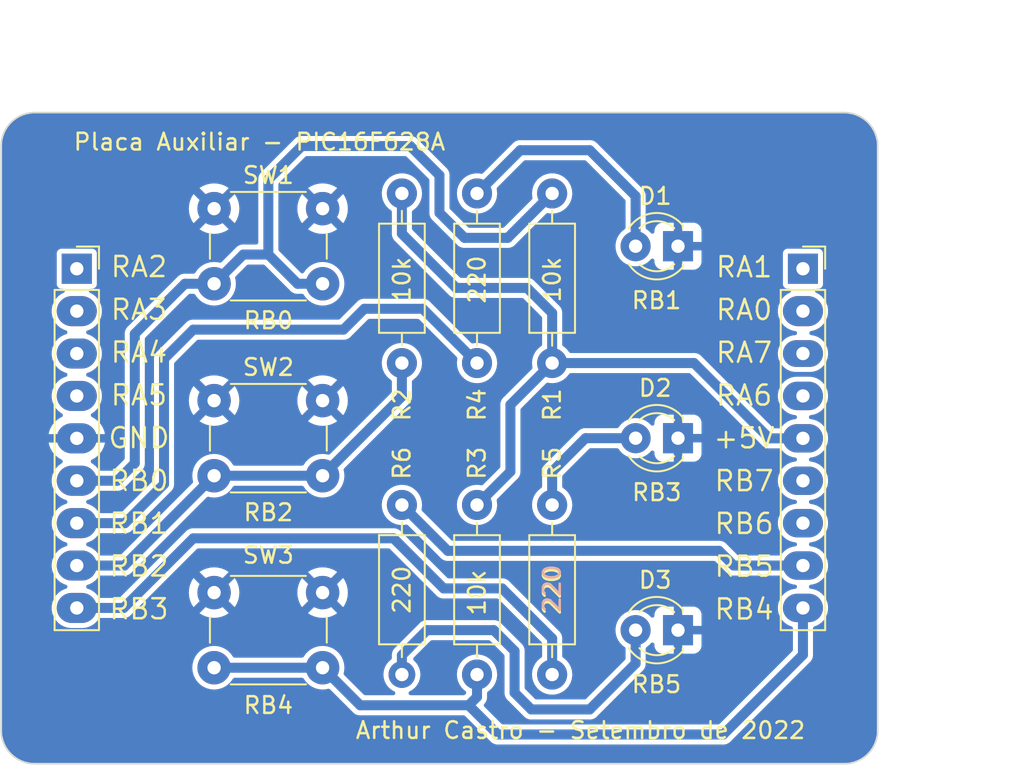
<source format=kicad_pcb>
(kicad_pcb (version 20211014) (generator pcbnew)
  (title_block (title "Shield LEDs e Botões") (date "2022-09-19") (rev "Arthur Castro"))
  (layers (0 "F.Cu" signal) (31 "B.Cu" signal) (34 "B.Paste" user) (35 "F.Paste" user) (36 "B.SilkS" user "B.Silkscreen") (37 "F.SilkS" user "F.Silkscreen") (38 "B.Mask" user) (39 "F.Mask" user) (44 "Edge.Cuts" user))
  (net 0 "")
  (net 1 "GND")
  (net 2 "Net-(D1-Pad2)")
  (net 3 "Net-(D2-Pad2)")
  (net 4 "Net-(D3-Pad2)")
  (net 5 "RA2")
  (net 6 "RA3")
  (net 7 "RA4")
  (net 8 "RA5")
  (net 9 "RB0")
  (net 10 "RB1")
  (net 11 "RB2")
  (net 12 "RB3")
  (net 13 "RA1")
  (net 14 "RA0")
  (net 15 "RA7")
  (net 16 "RA6")
  (net 17 "+5V")
  (net 18 "RB7")
  (net 19 "RB6")
  (net 20 "RB5")
  (net 21 "RB4")
  (footprint "LED_THT:LED_D3.0mm" (layer "F.Cu") (at 155.04 94.75 180)
    (fp_text reference "D2" (at 1.366487 3) (layer "F.SilkS"))
    (fp_text value "RB3" (at 1.27 -3.25) (layer "F.SilkS"))
    (fp_line (start -0.29 -1.236) (end -0.29 -1.08) (layer "F.SilkS") (width 0.12))
    (fp_line (start -0.29 1.08) (end -0.29 1.236) (layer "F.SilkS") (width 0.12))
    (fp_arc (start 0.229039 -1.08) (mid 1.270117 -1.5) (end 2.31113 -1.079837) (layer "F.SilkS") (width 0.12))
    (fp_arc (start -0.29 -1.235516) (mid 1.366487 -1.987659) (end 2.942335 -1.078608) (layer "F.SilkS") (width 0.12))
    (fp_arc (start 2.942335 1.078608) (mid 1.366487 1.987659) (end -0.29 1.235516) (layer "F.SilkS") (width 0.12))
    (fp_arc (start 2.31113 1.079837) (mid 1.270117 1.5) (end 0.229039 1.08) (layer "F.SilkS") (width 0.12))
    (pad "1" thru_hole rect (at 0 0 180) (size 1.8 1.8) (drill 0.8) (layers *.Cu *.Mask) (net 1 "GND"))
    (pad "2" thru_hole circle (at 2.54 0 180) (size 1.8 1.8) (drill 0.8) (layers *.Cu *.Mask) (net 3 "Net-(D2-Pad2)"))
  )
  (footprint "Resistor_THT:R_Axial_DIN0207_L6.3mm_D2.5mm_P10.16mm_Horizontal" (layer "F.Cu") (at 138.5 80.09 -90)
    (fp_text reference "R2" (at 12.66 0 90) (layer "F.SilkS"))
    (fp_text value "10k" (at 5.16 0 90) (layer "F.SilkS"))
    (fp_line (start 1.04 0) (end 1.81 0) (layer "F.SilkS") (width 0.12))
    (fp_line (start 9.12 0) (end 8.35 0) (layer "F.SilkS") (width 0.12))
    (fp_line (start 1.81 -1.37) (end 1.81 1.37) (layer "F.SilkS") (width 0.12))
    (fp_line (start 1.81 1.37) (end 8.35 1.37) (layer "F.SilkS") (width 0.12))
    (fp_line (start 8.35 1.37) (end 8.35 -1.37) (layer "F.SilkS") (width 0.12))
    (fp_line (start 8.35 -1.37) (end 1.81 -1.37) (layer "F.SilkS") (width 0.12))
    (pad "1" thru_hole circle (at 0 0 270) (size 1.8 1.8) (drill 0.8) (layers *.Cu *.Mask) (net 17 "+5V"))
    (pad "2" thru_hole circle (at 10.16 0 270) (size 1.8 1.8) (drill 0.8) (layers *.Cu *.Mask) (net 11 "RB2"))
  )
  (footprint "Resistor_THT:R_Axial_DIN0207_L6.3mm_D2.5mm_P10.16mm_Horizontal" (layer "F.Cu") (at 147.5 108.91 90)
    (fp_text reference "R5" (at 12.66 0 90) (layer "F.SilkS"))
    (fp_text value "220" (at 5.16 0 90) (layer "B.SilkS"))
    (fp_line (start 8.35 1.37) (end 8.35 -1.37) (layer "F.SilkS") (width 0.12))
    (fp_line (start 8.35 -1.37) (end 1.81 -1.37) (layer "F.SilkS") (width 0.12))
    (fp_line (start 1.81 1.37) (end 8.35 1.37) (layer "F.SilkS") (width 0.12))
    (fp_line (start 1.81 -1.37) (end 1.81 1.37) (layer "F.SilkS") (width 0.12))
    (fp_line (start 9.12 0) (end 8.35 0) (layer "F.SilkS") (width 0.12))
    (fp_line (start 1.04 0) (end 1.81 0) (layer "F.SilkS") (width 0.12))
    (pad "1" thru_hole circle (at 0 0 90) (size 1.8 1.8) (drill 0.8) (layers *.Cu *.Mask) (net 12 "RB3"))
    (pad "2" thru_hole circle (at 10.16 0 90) (size 1.8 1.8) (drill 0.8) (layers *.Cu *.Mask) (net 3 "Net-(D2-Pad2)"))
  )
  (footprint "Resistor_THT:R_Axial_DIN0207_L6.3mm_D2.5mm_P10.16mm_Horizontal" (layer "F.Cu") (at 138.5 98.75 -90)
    (fp_text reference "R6" (at -2.5 0 90) (layer "F.SilkS"))
    (fp_text value "220" (at 5.08 0 90) (layer "F.SilkS"))
    (fp_line (start 1.81 -1.37) (end 1.81 1.37) (layer "F.SilkS") (width 0.12))
    (fp_line (start 8.35 1.37) (end 8.35 -1.37) (layer "F.SilkS") (width 0.12))
    (fp_line (start 9.12 0) (end 8.35 0) (layer "F.SilkS") (width 0.12))
    (fp_line (start 1.04 0) (end 1.81 0) (layer "F.SilkS") (width 0.12))
    (fp_line (start 8.35 -1.37) (end 1.81 -1.37) (layer "F.SilkS") (width 0.12))
    (fp_line (start 1.81 1.37) (end 8.35 1.37) (layer "F.SilkS") (width 0.12))
    (pad "1" thru_hole circle (at 0 0 270) (size 1.8 1.8) (drill 0.8) (layers *.Cu *.Mask) (net 20 "RB5"))
    (pad "2" thru_hole oval (at 10.16 0 270) (size 1.6 1.6) (drill 0.8) (layers *.Cu *.Mask) (net 4 "Net-(D3-Pad2)"))
  )
  (footprint "Connector_PinSocket_2.54mm:PinSocket_1x09_P2.54mm_Vertical" (layer "F.Cu") (at 119.025 84.6)
    (fp_text reference "J1" hide)
    (fp_text value "Conn_01x09_Female" hide)
    (fp_line (start 0 -1.33) (end 1.33 -1.33) (layer "F.SilkS") (width 0.12))
    (fp_line (start 1.33 1.27) (end 1.33 21.65) (layer "F.SilkS") (width 0.12))
    (fp_line (start -1.33 1.27) (end 1.33 1.27) (layer "F.SilkS") (width 0.12))
    (fp_line (start -1.33 21.65) (end 1.33 21.65) (layer "F.SilkS") (width 0.12))
    (fp_line (start 1.33 -1.33) (end 1.33 0) (layer "F.SilkS") (width 0.12))
    (fp_line (start -1.33 1.27) (end -1.33 21.65) (layer "F.SilkS") (width 0.12))
    (pad "1" thru_hole rect (at 0 0) (size 1.8 1.8) (drill 0.8) (layers *.Cu *.Mask) (net 5 "RA2"))
    (pad "2" thru_hole oval (at 0 2.54) (size 2.4 1.8) (drill 0.8) (layers *.Cu *.Mask) (net 6 "RA3"))
    (pad "3" thru_hole oval (at 0 5.08) (size 2.4 1.8) (drill 0.8) (layers *.Cu *.Mask) (net 7 "RA4"))
    (pad "4" thru_hole oval (at 0 7.62) (size 2.4 1.8) (drill 0.8) (layers *.Cu *.Mask) (net 8 "RA5"))
    (pad "5" thru_hole oval (at 0 10.16) (size 2.4 1.8) (drill 0.8) (layers *.Cu *.Mask) (net 1 "GND"))
    (pad "6" thru_hole oval (at 0 12.7) (size 2.4 1.8) (drill 0.8) (layers *.Cu *.Mask) (net 9 "RB0"))
    (pad "7" thru_hole oval (at 0 15.24) (size 2.4 1.8) (drill 0.8) (layers *.Cu *.Mask) (net 10 "RB1"))
    (pad "8" thru_hole oval (at 0 17.78) (size 2.4 1.8) (drill 0.8) (layers *.Cu *.Mask) (net 11 "RB2"))
    (pad "9" thru_hole oval (at 0 20.32) (size 2.4 1.8) (drill 0.8) (layers *.Cu *.Mask) (net 12 "RB3"))
  )
  (footprint "Resistor_THT:R_Axial_DIN0207_L6.3mm_D2.5mm_P10.16mm_Horizontal" (layer "F.Cu") (at 143 90.25 90)
    (fp_text reference "R4" (at -2.5 0 90) (layer "F.SilkS"))
    (fp_text value "220" hide)
    (fp_line (start 8.35 1.37) (end 8.35 -1.37) (layer "F.SilkS") (width 0.12))
    (fp_line (start 9.12 0) (end 8.35 0) (layer "F.SilkS") (width 0.12))
    (fp_line (start 1.81 1.37) (end 8.35 1.37) (layer "F.SilkS") (width 0.12))
    (fp_line (start 1.04 0) (end 1.81 0) (layer "F.SilkS") (width 0.12))
    (fp_line (start 1.81 -1.37) (end 1.81 1.37) (layer "F.SilkS") (width 0.12))
    (fp_line (start 8.35 -1.37) (end 1.81 -1.37) (layer "F.SilkS") (width 0.12))
    (pad "1" thru_hole circle (at 0 0 90) (size 1.8 1.8) (drill 0.8) (layers *.Cu *.Mask) (net 10 "RB1"))
    (pad "2" thru_hole circle (at 10.16 0 90) (size 1.8 1.8) (drill 0.8) (layers *.Cu *.Mask) (net 2 "Net-(D1-Pad2)"))
  )
  (footprint "Connector_PinSocket_2.54mm:PinSocket_1x09_P2.54mm_Vertical" (layer "F.Cu") (at 162.525 84.6)
    (fp_text reference "J2" hide)
    (fp_text value "Conn_01x09_Female" hide)
    (fp_line (start -1.33 21.65) (end 1.33 21.65) (layer "F.SilkS") (width 0.12))
    (fp_line (start 1.33 1.27) (end 1.33 21.65) (layer "F.SilkS") (width 0.12))
    (fp_line (start -1.33 1.27) (end -1.33 21.65) (layer "F.SilkS") (width 0.12))
    (fp_line (start 0 -1.33) (end 1.33 -1.33) (layer "F.SilkS") (width 0.12))
    (fp_line (start 1.33 -1.33) (end 1.33 0) (layer "F.SilkS") (width 0.12))
    (fp_line (start -1.33 1.27) (end 1.33 1.27) (layer "F.SilkS") (width 0.12))
    (pad "1" thru_hole rect (at 0 0) (size 1.8 1.8) (drill 0.8) (layers *.Cu *.Mask) (net 13 "RA1"))
    (pad "2" thru_hole oval (at 0 2.54) (size 2.4 1.8) (drill 0.8) (layers *.Cu *.Mask) (net 14 "RA0"))
    (pad "3" thru_hole oval (at 0 5.08) (size 2.4 1.6) (drill 0.8) (layers *.Cu *.Mask) (net 15 "RA7"))
    (pad "4" thru_hole oval (at 0 7.62) (size 2.4 1.7) (drill 0.8) (layers *.Cu *.Mask) (net 16 "RA6"))
    (pad "5" thru_hole oval (at 0 10.16) (size 2.4 1.7) (drill 0.8) (layers *.Cu *.Mask) (net 17 "+5V"))
    (pad "6" thru_hole oval (at 0 12.7) (size 2.4 1.7) (drill 0.8) (layers *.Cu *.Mask) (net 18 "RB7"))
    (pad "7" thru_hole oval (at 0 15.24) (size 2.4 1.7) (drill 0.8) (layers *.Cu *.Mask) (net 19 "RB6"))
    (pad "8" thru_hole oval (at 0 17.78) (size 2.4 1.7) (drill 0.8) (layers *.Cu *.Mask) (net 20 "RB5"))
    (pad "9" thru_hole oval (at 0 20.32) (size 2.4 1.7) (drill 0.8) (layers *.Cu *.Mask) (net 21 "RB4"))
  )
  (footprint "LED_THT:LED_D3.0mm" (layer "F.Cu") (at 155.04 83.25 180)
    (fp_text reference "D1" (at 1.366487 3) (layer "F.SilkS"))
    (fp_text value "RB1" (at 1.29 -3.25) (layer "F.SilkS"))
    (fp_line (start -0.29 -1.236) (end -0.29 -1.08) (layer "F.SilkS") (width 0.12))
    (fp_line (start -0.29 1.08) (end -0.29 1.236) (layer "F.SilkS") (width 0.12))
    (fp_arc (start 0.229039 -1.08) (mid 1.270117 -1.5) (end 2.31113 -1.079837) (layer "F.SilkS") (width 0.12))
    (fp_arc (start -0.29 -1.235516) (mid 1.366487 -1.987659) (end 2.942335 -1.078608) (layer "F.SilkS") (width 0.12))
    (fp_arc (start 2.942335 1.078608) (mid 1.366487 1.987659) (end -0.29 1.235516) (layer "F.SilkS") (width 0.12))
    (fp_arc (start 2.31113 1.079837) (mid 1.270117 1.5) (end 0.229039 1.08) (layer "F.SilkS") (width 0.12))
    (pad "1" thru_hole rect (at 0 0 180) (size 1.8 1.8) (drill 0.8) (layers *.Cu *.Mask) (net 1 "GND"))
    (pad "2" thru_hole circle (at 2.54 0 180) (size 1.8 1.8) (drill 0.8) (layers *.Cu *.Mask) (net 2 "Net-(D1-Pad2)"))
  )
  (footprint "Button_Switch_THT:SW_PUSH_6mm_H5mm" (layer "F.Cu") (at 127.25 92.5)
    (fp_text reference "SW2" (at 3.25 -2) (layer "F.SilkS"))
    (fp_text value "RB2" (at 3.25 6.7) (layer "F.SilkS"))
    (fp_line (start 5.5 -1) (end 1 -1) (layer "F.SilkS") (width 0.12))
    (fp_line (start 6.75 3) (end 6.75 1.5) (layer "F.SilkS") (width 0.12))
    (fp_line (start -0.25 1.5) (end -0.25 3) (layer "F.SilkS") (width 0.12))
    (fp_line (start 1 5.5) (end 5.5 5.5) (layer "F.SilkS") (width 0.12))
    (pad "1" thru_hole circle (at 6.5 0 90) (size 2 2) (drill 0.8) (layers *.Cu *.Mask) (net 1 "GND"))
    (pad "1" thru_hole circle (at 0 0 90) (size 2 2) (drill 0.8) (layers *.Cu *.Mask) (net 1 "GND"))
    (pad "2" thru_hole circle (at 6.5 4.5 90) (size 2 2) (drill 0.8) (layers *.Cu *.Mask) (net 11 "RB2"))
    (pad "2" thru_hole circle (at 0 4.5 90) (size 2 2) (drill 0.8) (layers *.Cu *.Mask) (net 11 "RB2"))
  )
  (footprint "Button_Switch_THT:SW_PUSH_6mm_H5mm" (layer "F.Cu") (at 127.25 104)
    (fp_text reference "SW3" (at 3.25 -2.25) (layer "F.SilkS"))
    (fp_text value "RB4" (at 3.25 6.75) (layer "F.SilkS"))
    (fp_line (start 5.5 -1) (end 1 -1) (layer "F.SilkS") (width 0.12))
    (fp_line (start 6.75 3) (end 6.75 1.5) (layer "F.SilkS") (width 0.12))
    (fp_line (start 1 5.5) (end 5.5 5.5) (layer "F.SilkS") (width 0.12))
    (fp_line (start -0.25 1.5) (end -0.25 3) (layer "F.SilkS") (width 0.12))
    (pad "1" thru_hole circle (at 6.5 0 90) (size 2 2) (drill 0.8) (layers *.Cu *.Mask) (net 1 "GND"))
    (pad "1" thru_hole circle (at 0 0 90) (size 2 2) (drill 0.8) (layers *.Cu *.Mask) (net 1 "GND"))
    (pad "2" thru_hole circle (at 6.5 4.5 90) (size 2 2) (drill 0.8) (layers *.Cu *.Mask) (net 21 "RB4"))
    (pad "2" thru_hole circle (at 0 4.5 90) (size 2 2) (drill 0.8) (layers *.Cu *.Mask) (net 21 "RB4"))
  )
  (footprint "Resistor_THT:R_Axial_DIN0207_L6.3mm_D2.5mm_P10.16mm_Horizontal" (layer "F.Cu") (at 147.5 90.25 90)
    (fp_text reference "R1" (at -2.5 0 90) (layer "F.SilkS"))
    (fp_text value "10k" hide)
    (fp_line (start 8.35 -1.37) (end 1.81 -1.37) (layer "F.SilkS") (width 0.12))
    (fp_line (start 1.81 1.37) (end 8.35 1.37) (layer "F.SilkS") (width 0.12))
    (fp_line (start 9.12 0) (end 8.35 0) (layer "F.SilkS") (width 0.12))
    (fp_line (start 1.81 -1.37) (end 1.81 1.37) (layer "F.SilkS") (width 0.12))
    (fp_line (start 8.35 1.37) (end 8.35 -1.37) (layer "F.SilkS") (width 0.12))
    (fp_line (start 1.04 0) (end 1.81 0) (layer "F.SilkS") (width 0.12))
    (pad "1" thru_hole circle (at 0 0 90) (size 1.8 1.8) (drill 0.8) (layers *.Cu *.Mask) (net 17 "+5V"))
    (pad "2" thru_hole circle (at 10.16 0 90) (size 1.8 1.8) (drill 0.8) (layers *.Cu *.Mask) (net 9 "RB0"))
  )
  (footprint "LED_THT:LED_D3.0mm" (layer "F.Cu") (at 155.04 106.25 180)
    (fp_text reference "D3" (at 1.366487 3) (layer "F.SilkS"))
    (fp_text value "RB5" (at 1.29 -3.25) (layer "F.SilkS"))
    (fp_line (start -0.29 1.08) (end -0.29 1.236) (layer "F.SilkS") (width 0.12))
    (fp_line (start -0.29 -1.236) (end -0.29 -1.08) (layer "F.SilkS") (width 0.12))
    (fp_arc (start 2.942335 1.078608) (mid 1.366487 1.987659) (end -0.29 1.235516) (layer "F.SilkS") (width 0.12))
    (fp_arc (start 0.229039 -1.08) (mid 1.270117 -1.5) (end 2.31113 -1.079837) (layer "F.SilkS") (width 0.12))
    (fp_arc (start -0.29 -1.235516) (mid 1.366487 -1.987659) (end 2.942335 -1.078608) (layer "F.SilkS") (width 0.12))
    (fp_arc (start 2.31113 1.079837) (mid 1.270117 1.5) (end 0.229039 1.08) (layer "F.SilkS") (width 0.12))
    (pad "1" thru_hole rect (at 0 0 180) (size 1.8 1.8) (drill 0.8) (layers *.Cu *.Mask) (net 1 "GND"))
    (pad "2" thru_hole circle (at 2.54 0 180) (size 1.8 1.8) (drill 0.8) (layers *.Cu *.Mask) (net 4 "Net-(D3-Pad2)"))
  )
  (footprint "Resistor_THT:R_Axial_DIN0207_L6.3mm_D2.5mm_P10.16mm_Horizontal" (layer "F.Cu") (at 143 98.75 -90)
    (fp_text reference "R3" (at -2.5 0 90) (layer "F.SilkS"))
    (fp_text value "10k" (at 5.25 0 90) (layer "F.SilkS"))
    (fp_line (start 1.04 0) (end 1.81 0) (layer "F.SilkS") (width 0.12))
    (fp_line (start 8.35 -1.37) (end 1.81 -1.37) (layer "F.SilkS") (width 0.12))
    (fp_line (start 9.12 0) (end 8.35 0) (layer "F.SilkS") (width 0.12))
    (fp_line (start 1.81 1.37) (end 8.35 1.37) (layer "F.SilkS") (width 0.12))
    (fp_line (start 1.81 -1.37) (end 1.81 1.37) (layer "F.SilkS") (width 0.12))
    (fp_line (start 8.35 1.37) (end 8.35 -1.37) (layer "F.SilkS") (width 0.12))
    (pad "1" thru_hole circle (at 0 0 270) (size 1.8 1.8) (drill 0.8) (layers *.Cu *.Mask) (net 17 "+5V"))
    (pad "2" thru_hole circle (at 10.16 0 270) (size 1.8 1.8) (drill 0.8) (layers *.Cu *.Mask) (net 21 "RB4"))
  )
  (footprint "Button_Switch_THT:SW_PUSH_6mm_H5mm" (layer "F.Cu") (at 127.25 81)
    (fp_text reference "SW1" (at 3.25 -2) (layer "F.SilkS"))
    (fp_text value "RB0" (at 3.25 6.7) (layer "F.SilkS"))
    (fp_line (start -0.25 1.5) (end -0.25 3) (layer "F.SilkS") (width 0.12))
    (fp_line (start 5.5 -1) (end 1 -1) (layer "F.SilkS") (width 0.12))
    (fp_line (start 1 5.5) (end 5.5 5.5) (layer "F.SilkS") (width 0.12))
    (fp_line (start 6.75 3) (end 6.75 1.5) (layer "F.SilkS") (width 0.12))
    (pad "1" thru_hole circle (at 0 0 90) (size 2 2) (drill 0.8) (layers *.Cu *.Mask) (net 1 "GND"))
    (pad "1" thru_hole circle (at 6.5 0 90) (size 2 2) (drill 0.8) (layers *.Cu *.Mask) (net 1 "GND"))
    (pad "2" thru_hole circle (at 6.5 4.5 90) (size 2 2) (drill 0.8) (layers *.Cu *.Mask) (net 9 "RB0"))
    (pad "2" thru_hole circle (at 0 4.5 90) (size 2 2) (drill 0.8) (layers *.Cu *.Mask) (net 9 "RB0"))
  )
  (gr_line (start 116.5 114.25) (end 165 114.25) (layer "Edge.Cuts") (width 0.1))
  (gr_arc (start 116.5 114.25) (mid 115.085786 113.664214) (end 114.5 112.25) (layer "Edge.Cuts") (width 0.1))
  (gr_line (start 116.5 75.25) (end 165 75.25) (layer "Edge.Cuts") (width 0.1))
  (gr_arc (start 167 112.25) (mid 166.414214 113.664214) (end 165 114.25) (layer "Edge.Cuts") (width 0.1))
  (gr_line (start 167 77.25) (end 167 112.25) (layer "Edge.Cuts") (width 0.1))
  (gr_line (start 114.5 77.25) (end 114.5 112.25) (layer "Edge.Cuts") (width 0.1))
  (gr_arc (start 114.5 77.25) (mid 115.085786 75.835786) (end 116.5 75.25) (layer "Edge.Cuts") (width 0.1))
  (gr_arc (start 165 75.25) (mid 166.414214 75.835786) (end 167 77.25) (layer "Edge.Cuts") (width 0.1))
  (gr_text "RB5" (at 159 102.4375) (layer "F.SilkS") (effects (font (size 1.2 1.2))))
  (gr_text "RB0" (at 122.75 97.300085) (layer "F.SilkS") (effects (font (size 1.2 1.2))))
  (gr_text "RB7" (at 159 97.3125) (layer "F.SilkS") (effects (font (size 1.2 1.2))))
  (gr_text "RB2" (at 122.75 102.425085) (layer "F.SilkS") (effects (font (size 1.2 1.2))))
  (gr_text "RA7" (at 159 89.625) (layer "F.SilkS") (effects (font (size 1.2 1.2))))
  (gr_text "Placa Auxiliar - PIC16F628A" (at 118.75 77) (layer "F.SilkS") (effects (font (size 1 1)) (justify left)))
  (gr_text "220" (at 143 85.25 90) (layer "F.SilkS") (effects (font (size 1 1))))
  (gr_text "RA1" (at 159 84.5) (layer "F.SilkS") (effects (font (size 1.2 1.2))))
  (gr_text "220" (at 147.5 103.9 90) (layer "F.SilkS") (effects (font (size 1 1))))
  (gr_text "RA4" (at 122.75 89.612585) (layer "F.SilkS") (effects (font (size 1.2 1.2))))
  (gr_text "RB6" (at 159 99.875) (layer "F.SilkS") (effects (font (size 1.2 1.2))))
  (gr_text "RA0" (at 159 87.0625) (layer "F.SilkS") (effects (font (size 1.2 1.2))))
  (gr_text "GND" (at 122.75 94.737585) (layer "F.SilkS") (effects (font (size 1.2 1.2))))
  (gr_text "RA3" (at 122.75 87.050085) (layer "F.SilkS") (effects (font (size 1.2 1.2))))
  (gr_text "+5V" (at 159 94.75) (layer "F.SilkS") (effects (font (size 1.2 1.2))))
  (gr_text "10k" (at 147.5 85.25 90) (layer "F.SilkS") (effects (font (size 1 1))))
  (gr_text "RB4" (at 159 105) (layer "F.SilkS") (effects (font (size 1.2 1.2))))
  (gr_text "RA2" (at 122.75 84.487585) (layer "F.SilkS") (effects (font (size 1.2 1.2))))
  (gr_text "RB3" (at 122.75 104.987585) (layer "F.SilkS") (effects (font (size 1.2 1.2))))
  (gr_text "Arthur Castro - Setembro de 2022" (at 162.75 112.25) (layer "F.SilkS") (effects (font (size 1 1)) (justify right)))
  (gr_text "RA6" (at 159 92.1875) (layer "F.SilkS") (effects (font (size 1.2 1.2))))
  (gr_text "RB1" (at 122.75 99.862585) (layer "F.SilkS") (effects (font (size 1.2 1.2))))
  (gr_text "RA5" (at 122.75 92.175085) (layer "F.SilkS") (effects (font (size 1.2 1.2))))
  (segment (start 152.5 80.25) (end 152.5 83.25) (width 0.6) (layer "B.Cu") (net 2))
  (segment (start 149.75 77.5) (end 152.5 80.25) (width 0.6) (layer "B.Cu") (net 2))
  (segment (start 143 80.09) (end 145.59 77.5) (width 0.6) (layer "B.Cu") (net 2))
  (segment (start 145.59 77.5) (end 149.75 77.5) (width 0.6) (layer "B.Cu") (net 2))
  (segment (start 149.5 94.75) (end 152.5 94.75) (width 0.6) (layer "B.Cu") (net 3))
  (segment (start 147.5 96.75) (end 149.5 94.75) (width 0.6) (layer "B.Cu") (net 3))
  (segment (start 147.5 98.75) (end 147.5 96.75) (width 0.6) (layer "B.Cu") (net 3))
  (segment (start 152.5 108.25) (end 149.75 111) (width 0.6) (layer "B.Cu") (net 4))
  (segment (start 144 106.25) (end 140 106.25) (width 0.6) (layer "B.Cu") (net 4))
  (segment (start 149.75 111) (end 146.25 111) (width 0.6) (layer "B.Cu") (net 4))
  (segment (start 145.25 110) (end 145.25 107.5) (width 0.6) (layer "B.Cu") (net 4))
  (segment (start 140 106.25) (end 138.5 107.75) (width 0.6) (layer "B.Cu") (net 4))
  (segment (start 145.25 107.5) (end 144 106.25) (width 0.6) (layer "B.Cu") (net 4))
  (segment (start 152.5 106.25) (end 152.5 108.25) (width 0.6) (layer "B.Cu") (net 4))
  (segment (start 138.5 107.75) (end 138.5 108.91) (width 0.6) (layer "B.Cu") (net 4))
  (segment (start 146.25 111) (end 145.25 110) (width 0.6) (layer "B.Cu") (net 4))
  (segment (start 127.25 85.5) (end 129 83.75) (width 0.6) (layer "B.Cu") (net 9))
  (segment (start 139 77.25) (end 132.5 77.25) (width 0.6) (layer "B.Cu") (net 9))
  (segment (start 130.5 83.75) (end 132.25 85.5) (width 0.6) (layer "B.Cu") (net 9))
  (segment (start 132.25 85.5) (end 133.75 85.5) (width 0.6) (layer "B.Cu") (net 9))
  (segment (start 147.5 80.09) (end 147.5 80.59) (width 0.6) (layer "B.Cu") (net 9))
  (segment (start 122.5 88.5) (end 122.5 96.25) (width 0.6) (layer "B.Cu") (net 9))
  (segment (start 129 83.75) (end 130.5 83.75) (width 0.6) (layer "B.Cu") (net 9))
  (segment (start 130.5 79.25) (end 130.5 83.75) (width 0.6) (layer "B.Cu") (net 9))
  (segment (start 144.84 82.75) (end 147.5 80.09) (width 0.6) (layer "B.Cu") (net 9))
  (segment (start 142.25 82.75) (end 140.75 81.25) (width 0.6) (layer "B.Cu") (net 9))
  (segment (start 125.5 85.5) (end 122.5 88.5) (width 0.6) (layer "B.Cu") (net 9))
  (segment (start 127.25 85.5) (end 125.5 85.5) (width 0.6) (layer "B.Cu") (net 9))
  (segment (start 140.75 79) (end 139 77.25) (width 0.6) (layer "B.Cu") (net 9))
  (segment (start 144.84 82.75) (end 142.25 82.75) (width 0.6) (layer "B.Cu") (net 9))
  (segment (start 122.5 96.25) (end 121.45 97.3) (width 0.6) (layer "B.Cu") (net 9))
  (segment (start 121.45 97.3) (end 119.025 97.3) (width 0.6) (layer "B.Cu") (net 9))
  (segment (start 140.75 81.25) (end 140.75 79) (width 0.6) (layer "B.Cu") (net 9))
  (segment (start 132.5 77.25) (end 130.5 79.25) (width 0.6) (layer "B.Cu") (net 9))
  (segment (start 139.75 87) (end 136.25 87) (width 0.6) (layer "B.Cu") (net 10))
  (segment (start 121.91 99.84) (end 119.025 99.84) (width 0.6) (layer "B.Cu") (net 10))
  (segment (start 124.25 97.5) (end 121.91 99.84) (width 0.6) (layer "B.Cu") (net 10))
  (segment (start 135 88.25) (end 126 88.25) (width 0.6) (layer "B.Cu") (net 10))
  (segment (start 124.25 90) (end 124.25 97.5) (width 0.6) (layer "B.Cu") (net 10))
  (segment (start 126 88.25) (end 124.25 90) (width 0.6) (layer "B.Cu") (net 10))
  (segment (start 143 90.25) (end 139.75 87) (width 0.6) (layer "B.Cu") (net 10))
  (segment (start 136.25 87) (end 135 88.25) (width 0.6) (layer "B.Cu") (net 10))
  (segment (start 121.87 102.38) (end 119.025 102.38) (width 0.6) (layer "B.Cu") (net 11))
  (segment (start 127.25 97) (end 126.75 97) (width 0.6) (layer "B.Cu") (net 11))
  (segment (start 138.5 92.25) (end 138.5 90.41) (width 0.6) (layer "B.Cu") (net 11))
  (segment (start 121.87 102.38) (end 127.25 97) (width 0.6) (layer "B.Cu") (net 11))
  (segment (start 133.75 97) (end 127.25 97) (width 0.6) (layer "B.Cu") (net 11))
  (segment (start 133.75 97) (end 138.5 92.25) (width 0.6) (layer "B.Cu") (net 11))
  (segment (start 147.5 108.91) (end 147.5 106.75) (width 0.6) (layer "B.Cu") (net 12))
  (segment (start 141 103.75) (end 144.5 103.75) (width 0.6) (layer "B.Cu") (net 12))
  (segment (start 138 100.75) (end 141 103.75) (width 0.6) (layer "B.Cu") (net 12))
  (segment (start 126 100.75) (end 121.83 104.92) (width 0.6) (layer "B.Cu") (net 12))
  (segment (start 126 100.75) (end 138 100.75) (width 0.6) (layer "B.Cu") (net 12))
  (segment (start 121.83 104.92) (end 119.025 104.92) (width 0.6) (layer "B.Cu") (net 12))
  (segment (start 144.5 103.75) (end 147.5 106.75) (width 0.6) (layer "B.Cu") (net 12))
  (segment (start 147.5 87.25) (end 147.5 90.25) (width 0.6) (layer "B.Cu") (net 17))
  (segment (start 146 85.75) (end 147.5 87.25) (width 0.6) (layer "B.Cu") (net 17))
  (segment (start 138.5 82.5) (end 141.75 85.75) (width 0.6) (layer "B.Cu") (net 17))
  (segment (start 162.525 94.76) (end 160.51 94.76) (width 0.6) (layer "B.Cu") (net 17))
  (segment (start 147.5 90.25) (end 145 92.75) (width 0.6) (layer "B.Cu") (net 17))
  (segment (start 141.75 85.75) (end 146 85.75) (width 0.6) (layer "B.Cu") (net 17))
  (segment (start 138.5 80.25) (end 138.5 82.5) (width 0.6) (layer "B.Cu") (net 17))
  (segment (start 145 92.75) (end 145 96.75) (width 0.6) (layer "B.Cu") (net 17))
  (segment (start 160.51 94.76) (end 156 90.25) (width 0.6) (layer "B.Cu") (net 17))
  (segment (start 145 96.75) (end 143 98.75) (width 0.6) (layer "B.Cu") (net 17))
  (segment (start 156 90.25) (end 147.5 90.25) (width 0.6) (layer "B.Cu") (net 17))
  (segment (start 157.5 101.5) (end 141.25 101.5) (width 0.6) (layer "B.Cu") (net 20))
  (segment (start 141.25 101.5) (end 138.5 98.75) (width 0.6) (layer "B.Cu") (net 20))
  (segment (start 158.38 102.38) (end 157.5 101.5) (width 0.6) (layer "B.Cu") (net 20))
  (segment (start 162.525 102.38) (end 158.38 102.38) (width 0.6) (layer "B.Cu") (net 20))
  (segment (start 136 110.75) (end 142.5 110.75) (width 0.6) (layer "B.Cu") (net 21))
  (segment (start 162.525 107.725) (end 157.75 112.5) (width 0.6) (layer "B.Cu") (net 21))
  (segment (start 144.25 112.5) (end 142.5 110.75) (width 0.6) (layer "B.Cu") (net 21))
  (segment (start 162.525 104.92) (end 162.525 107.725) (width 0.6) (layer "B.Cu") (net 21))
  (segment (start 133.75 108.5) (end 127.25 108.5) (width 0.6) (layer "B.Cu") (net 21))
  (segment (start 143 108.91) (end 143 110.25) (width 0.6) (layer "B.Cu") (net 21))
  (segment (start 133.75 108.5) (end 136 110.75) (width 0.6) (layer "B.Cu") (net 21))
  (segment (start 143 110.25) (end 142.5 110.75) (width 0.6) (layer "B.Cu") (net 21))
  (segment (start 157.75 112.5) (end 144.25 112.5) (width 0.6) (layer "B.Cu") (net 21))
  (zone (net 1) (net_name "GND") (layer "B.Cu") (name "GND") (connect_pads (clearance 0)) (min_thickness 0.254) (fill yes (thermal_gap 0.508) (thermal_bridge_width 0.508))
    (polygon (pts (xy 114.5 114.25) (xy 114.5 75.25) (xy 167 75.25) (xy 167 114.25)))
  )
)
</source>
